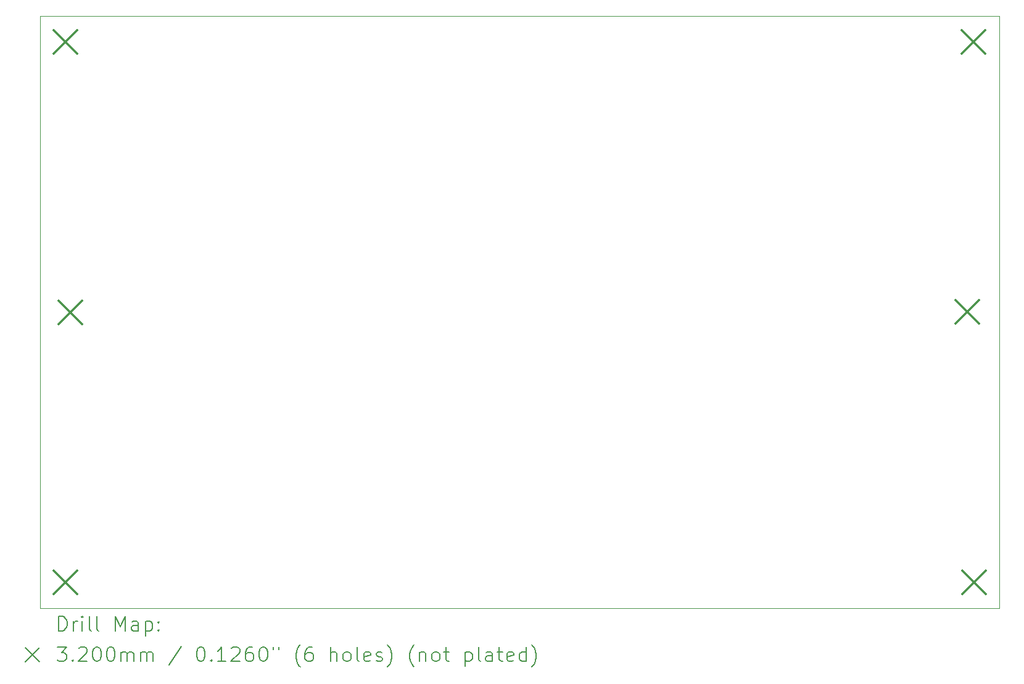
<source format=gbr>
%TF.GenerationSoftware,KiCad,Pcbnew,8.0.8*%
%TF.CreationDate,2025-08-20T08:11:04-04:00*%
%TF.ProjectId,multimeter,6d756c74-696d-4657-9465-722e6b696361,rev?*%
%TF.SameCoordinates,Original*%
%TF.FileFunction,Drillmap*%
%TF.FilePolarity,Positive*%
%FSLAX45Y45*%
G04 Gerber Fmt 4.5, Leading zero omitted, Abs format (unit mm)*
G04 Created by KiCad (PCBNEW 8.0.8) date 2025-08-20 08:11:04*
%MOMM*%
%LPD*%
G01*
G04 APERTURE LIST*
%ADD10C,0.050000*%
%ADD11C,0.200000*%
%ADD12C,0.320000*%
G04 APERTURE END LIST*
D10*
X3824000Y-3107000D02*
X16994000Y-3107000D01*
X16994000Y-11237500D01*
X3824000Y-11237500D01*
X3824000Y-3107000D01*
D11*
D12*
X4013500Y-3301000D02*
X4333500Y-3621000D01*
X4333500Y-3301000D02*
X4013500Y-3621000D01*
X4013500Y-10726000D02*
X4333500Y-11046000D01*
X4333500Y-10726000D02*
X4013500Y-11046000D01*
X4083500Y-7016000D02*
X4403500Y-7336000D01*
X4403500Y-7016000D02*
X4083500Y-7336000D01*
X16391000Y-7011000D02*
X16711000Y-7331000D01*
X16711000Y-7011000D02*
X16391000Y-7331000D01*
X16476000Y-3301000D02*
X16796000Y-3621000D01*
X16796000Y-3301000D02*
X16476000Y-3621000D01*
X16483500Y-10726000D02*
X16803500Y-11046000D01*
X16803500Y-10726000D02*
X16483500Y-11046000D01*
D11*
X4082277Y-11551484D02*
X4082277Y-11351484D01*
X4082277Y-11351484D02*
X4129896Y-11351484D01*
X4129896Y-11351484D02*
X4158467Y-11361008D01*
X4158467Y-11361008D02*
X4177515Y-11380055D01*
X4177515Y-11380055D02*
X4187039Y-11399103D01*
X4187039Y-11399103D02*
X4196563Y-11437198D01*
X4196563Y-11437198D02*
X4196563Y-11465769D01*
X4196563Y-11465769D02*
X4187039Y-11503865D01*
X4187039Y-11503865D02*
X4177515Y-11522912D01*
X4177515Y-11522912D02*
X4158467Y-11541960D01*
X4158467Y-11541960D02*
X4129896Y-11551484D01*
X4129896Y-11551484D02*
X4082277Y-11551484D01*
X4282277Y-11551484D02*
X4282277Y-11418150D01*
X4282277Y-11456246D02*
X4291801Y-11437198D01*
X4291801Y-11437198D02*
X4301324Y-11427674D01*
X4301324Y-11427674D02*
X4320372Y-11418150D01*
X4320372Y-11418150D02*
X4339420Y-11418150D01*
X4406086Y-11551484D02*
X4406086Y-11418150D01*
X4406086Y-11351484D02*
X4396563Y-11361008D01*
X4396563Y-11361008D02*
X4406086Y-11370531D01*
X4406086Y-11370531D02*
X4415610Y-11361008D01*
X4415610Y-11361008D02*
X4406086Y-11351484D01*
X4406086Y-11351484D02*
X4406086Y-11370531D01*
X4529896Y-11551484D02*
X4510848Y-11541960D01*
X4510848Y-11541960D02*
X4501324Y-11522912D01*
X4501324Y-11522912D02*
X4501324Y-11351484D01*
X4634658Y-11551484D02*
X4615610Y-11541960D01*
X4615610Y-11541960D02*
X4606086Y-11522912D01*
X4606086Y-11522912D02*
X4606086Y-11351484D01*
X4863229Y-11551484D02*
X4863229Y-11351484D01*
X4863229Y-11351484D02*
X4929896Y-11494341D01*
X4929896Y-11494341D02*
X4996563Y-11351484D01*
X4996563Y-11351484D02*
X4996563Y-11551484D01*
X5177515Y-11551484D02*
X5177515Y-11446722D01*
X5177515Y-11446722D02*
X5167991Y-11427674D01*
X5167991Y-11427674D02*
X5148944Y-11418150D01*
X5148944Y-11418150D02*
X5110848Y-11418150D01*
X5110848Y-11418150D02*
X5091801Y-11427674D01*
X5177515Y-11541960D02*
X5158467Y-11551484D01*
X5158467Y-11551484D02*
X5110848Y-11551484D01*
X5110848Y-11551484D02*
X5091801Y-11541960D01*
X5091801Y-11541960D02*
X5082277Y-11522912D01*
X5082277Y-11522912D02*
X5082277Y-11503865D01*
X5082277Y-11503865D02*
X5091801Y-11484817D01*
X5091801Y-11484817D02*
X5110848Y-11475293D01*
X5110848Y-11475293D02*
X5158467Y-11475293D01*
X5158467Y-11475293D02*
X5177515Y-11465769D01*
X5272753Y-11418150D02*
X5272753Y-11618150D01*
X5272753Y-11427674D02*
X5291801Y-11418150D01*
X5291801Y-11418150D02*
X5329896Y-11418150D01*
X5329896Y-11418150D02*
X5348944Y-11427674D01*
X5348944Y-11427674D02*
X5358467Y-11437198D01*
X5358467Y-11437198D02*
X5367991Y-11456246D01*
X5367991Y-11456246D02*
X5367991Y-11513388D01*
X5367991Y-11513388D02*
X5358467Y-11532436D01*
X5358467Y-11532436D02*
X5348944Y-11541960D01*
X5348944Y-11541960D02*
X5329896Y-11551484D01*
X5329896Y-11551484D02*
X5291801Y-11551484D01*
X5291801Y-11551484D02*
X5272753Y-11541960D01*
X5453705Y-11532436D02*
X5463229Y-11541960D01*
X5463229Y-11541960D02*
X5453705Y-11551484D01*
X5453705Y-11551484D02*
X5444182Y-11541960D01*
X5444182Y-11541960D02*
X5453705Y-11532436D01*
X5453705Y-11532436D02*
X5453705Y-11551484D01*
X5453705Y-11427674D02*
X5463229Y-11437198D01*
X5463229Y-11437198D02*
X5453705Y-11446722D01*
X5453705Y-11446722D02*
X5444182Y-11437198D01*
X5444182Y-11437198D02*
X5453705Y-11427674D01*
X5453705Y-11427674D02*
X5453705Y-11446722D01*
X3621500Y-11780000D02*
X3821500Y-11980000D01*
X3821500Y-11780000D02*
X3621500Y-11980000D01*
X4063229Y-11771484D02*
X4187039Y-11771484D01*
X4187039Y-11771484D02*
X4120372Y-11847674D01*
X4120372Y-11847674D02*
X4148943Y-11847674D01*
X4148943Y-11847674D02*
X4167991Y-11857198D01*
X4167991Y-11857198D02*
X4177515Y-11866722D01*
X4177515Y-11866722D02*
X4187039Y-11885769D01*
X4187039Y-11885769D02*
X4187039Y-11933388D01*
X4187039Y-11933388D02*
X4177515Y-11952436D01*
X4177515Y-11952436D02*
X4167991Y-11961960D01*
X4167991Y-11961960D02*
X4148943Y-11971484D01*
X4148943Y-11971484D02*
X4091801Y-11971484D01*
X4091801Y-11971484D02*
X4072753Y-11961960D01*
X4072753Y-11961960D02*
X4063229Y-11952436D01*
X4272753Y-11952436D02*
X4282277Y-11961960D01*
X4282277Y-11961960D02*
X4272753Y-11971484D01*
X4272753Y-11971484D02*
X4263229Y-11961960D01*
X4263229Y-11961960D02*
X4272753Y-11952436D01*
X4272753Y-11952436D02*
X4272753Y-11971484D01*
X4358467Y-11790531D02*
X4367991Y-11781008D01*
X4367991Y-11781008D02*
X4387039Y-11771484D01*
X4387039Y-11771484D02*
X4434658Y-11771484D01*
X4434658Y-11771484D02*
X4453705Y-11781008D01*
X4453705Y-11781008D02*
X4463229Y-11790531D01*
X4463229Y-11790531D02*
X4472753Y-11809579D01*
X4472753Y-11809579D02*
X4472753Y-11828627D01*
X4472753Y-11828627D02*
X4463229Y-11857198D01*
X4463229Y-11857198D02*
X4348944Y-11971484D01*
X4348944Y-11971484D02*
X4472753Y-11971484D01*
X4596563Y-11771484D02*
X4615610Y-11771484D01*
X4615610Y-11771484D02*
X4634658Y-11781008D01*
X4634658Y-11781008D02*
X4644182Y-11790531D01*
X4644182Y-11790531D02*
X4653705Y-11809579D01*
X4653705Y-11809579D02*
X4663229Y-11847674D01*
X4663229Y-11847674D02*
X4663229Y-11895293D01*
X4663229Y-11895293D02*
X4653705Y-11933388D01*
X4653705Y-11933388D02*
X4644182Y-11952436D01*
X4644182Y-11952436D02*
X4634658Y-11961960D01*
X4634658Y-11961960D02*
X4615610Y-11971484D01*
X4615610Y-11971484D02*
X4596563Y-11971484D01*
X4596563Y-11971484D02*
X4577515Y-11961960D01*
X4577515Y-11961960D02*
X4567991Y-11952436D01*
X4567991Y-11952436D02*
X4558467Y-11933388D01*
X4558467Y-11933388D02*
X4548944Y-11895293D01*
X4548944Y-11895293D02*
X4548944Y-11847674D01*
X4548944Y-11847674D02*
X4558467Y-11809579D01*
X4558467Y-11809579D02*
X4567991Y-11790531D01*
X4567991Y-11790531D02*
X4577515Y-11781008D01*
X4577515Y-11781008D02*
X4596563Y-11771484D01*
X4787039Y-11771484D02*
X4806086Y-11771484D01*
X4806086Y-11771484D02*
X4825134Y-11781008D01*
X4825134Y-11781008D02*
X4834658Y-11790531D01*
X4834658Y-11790531D02*
X4844182Y-11809579D01*
X4844182Y-11809579D02*
X4853705Y-11847674D01*
X4853705Y-11847674D02*
X4853705Y-11895293D01*
X4853705Y-11895293D02*
X4844182Y-11933388D01*
X4844182Y-11933388D02*
X4834658Y-11952436D01*
X4834658Y-11952436D02*
X4825134Y-11961960D01*
X4825134Y-11961960D02*
X4806086Y-11971484D01*
X4806086Y-11971484D02*
X4787039Y-11971484D01*
X4787039Y-11971484D02*
X4767991Y-11961960D01*
X4767991Y-11961960D02*
X4758467Y-11952436D01*
X4758467Y-11952436D02*
X4748944Y-11933388D01*
X4748944Y-11933388D02*
X4739420Y-11895293D01*
X4739420Y-11895293D02*
X4739420Y-11847674D01*
X4739420Y-11847674D02*
X4748944Y-11809579D01*
X4748944Y-11809579D02*
X4758467Y-11790531D01*
X4758467Y-11790531D02*
X4767991Y-11781008D01*
X4767991Y-11781008D02*
X4787039Y-11771484D01*
X4939420Y-11971484D02*
X4939420Y-11838150D01*
X4939420Y-11857198D02*
X4948944Y-11847674D01*
X4948944Y-11847674D02*
X4967991Y-11838150D01*
X4967991Y-11838150D02*
X4996563Y-11838150D01*
X4996563Y-11838150D02*
X5015610Y-11847674D01*
X5015610Y-11847674D02*
X5025134Y-11866722D01*
X5025134Y-11866722D02*
X5025134Y-11971484D01*
X5025134Y-11866722D02*
X5034658Y-11847674D01*
X5034658Y-11847674D02*
X5053705Y-11838150D01*
X5053705Y-11838150D02*
X5082277Y-11838150D01*
X5082277Y-11838150D02*
X5101325Y-11847674D01*
X5101325Y-11847674D02*
X5110848Y-11866722D01*
X5110848Y-11866722D02*
X5110848Y-11971484D01*
X5206086Y-11971484D02*
X5206086Y-11838150D01*
X5206086Y-11857198D02*
X5215610Y-11847674D01*
X5215610Y-11847674D02*
X5234658Y-11838150D01*
X5234658Y-11838150D02*
X5263229Y-11838150D01*
X5263229Y-11838150D02*
X5282277Y-11847674D01*
X5282277Y-11847674D02*
X5291801Y-11866722D01*
X5291801Y-11866722D02*
X5291801Y-11971484D01*
X5291801Y-11866722D02*
X5301325Y-11847674D01*
X5301325Y-11847674D02*
X5320372Y-11838150D01*
X5320372Y-11838150D02*
X5348944Y-11838150D01*
X5348944Y-11838150D02*
X5367991Y-11847674D01*
X5367991Y-11847674D02*
X5377515Y-11866722D01*
X5377515Y-11866722D02*
X5377515Y-11971484D01*
X5767991Y-11761960D02*
X5596563Y-12019103D01*
X6025134Y-11771484D02*
X6044182Y-11771484D01*
X6044182Y-11771484D02*
X6063229Y-11781008D01*
X6063229Y-11781008D02*
X6072753Y-11790531D01*
X6072753Y-11790531D02*
X6082277Y-11809579D01*
X6082277Y-11809579D02*
X6091801Y-11847674D01*
X6091801Y-11847674D02*
X6091801Y-11895293D01*
X6091801Y-11895293D02*
X6082277Y-11933388D01*
X6082277Y-11933388D02*
X6072753Y-11952436D01*
X6072753Y-11952436D02*
X6063229Y-11961960D01*
X6063229Y-11961960D02*
X6044182Y-11971484D01*
X6044182Y-11971484D02*
X6025134Y-11971484D01*
X6025134Y-11971484D02*
X6006086Y-11961960D01*
X6006086Y-11961960D02*
X5996563Y-11952436D01*
X5996563Y-11952436D02*
X5987039Y-11933388D01*
X5987039Y-11933388D02*
X5977515Y-11895293D01*
X5977515Y-11895293D02*
X5977515Y-11847674D01*
X5977515Y-11847674D02*
X5987039Y-11809579D01*
X5987039Y-11809579D02*
X5996563Y-11790531D01*
X5996563Y-11790531D02*
X6006086Y-11781008D01*
X6006086Y-11781008D02*
X6025134Y-11771484D01*
X6177515Y-11952436D02*
X6187039Y-11961960D01*
X6187039Y-11961960D02*
X6177515Y-11971484D01*
X6177515Y-11971484D02*
X6167991Y-11961960D01*
X6167991Y-11961960D02*
X6177515Y-11952436D01*
X6177515Y-11952436D02*
X6177515Y-11971484D01*
X6377515Y-11971484D02*
X6263229Y-11971484D01*
X6320372Y-11971484D02*
X6320372Y-11771484D01*
X6320372Y-11771484D02*
X6301325Y-11800055D01*
X6301325Y-11800055D02*
X6282277Y-11819103D01*
X6282277Y-11819103D02*
X6263229Y-11828627D01*
X6453706Y-11790531D02*
X6463229Y-11781008D01*
X6463229Y-11781008D02*
X6482277Y-11771484D01*
X6482277Y-11771484D02*
X6529896Y-11771484D01*
X6529896Y-11771484D02*
X6548944Y-11781008D01*
X6548944Y-11781008D02*
X6558467Y-11790531D01*
X6558467Y-11790531D02*
X6567991Y-11809579D01*
X6567991Y-11809579D02*
X6567991Y-11828627D01*
X6567991Y-11828627D02*
X6558467Y-11857198D01*
X6558467Y-11857198D02*
X6444182Y-11971484D01*
X6444182Y-11971484D02*
X6567991Y-11971484D01*
X6739420Y-11771484D02*
X6701325Y-11771484D01*
X6701325Y-11771484D02*
X6682277Y-11781008D01*
X6682277Y-11781008D02*
X6672753Y-11790531D01*
X6672753Y-11790531D02*
X6653706Y-11819103D01*
X6653706Y-11819103D02*
X6644182Y-11857198D01*
X6644182Y-11857198D02*
X6644182Y-11933388D01*
X6644182Y-11933388D02*
X6653706Y-11952436D01*
X6653706Y-11952436D02*
X6663229Y-11961960D01*
X6663229Y-11961960D02*
X6682277Y-11971484D01*
X6682277Y-11971484D02*
X6720372Y-11971484D01*
X6720372Y-11971484D02*
X6739420Y-11961960D01*
X6739420Y-11961960D02*
X6748944Y-11952436D01*
X6748944Y-11952436D02*
X6758467Y-11933388D01*
X6758467Y-11933388D02*
X6758467Y-11885769D01*
X6758467Y-11885769D02*
X6748944Y-11866722D01*
X6748944Y-11866722D02*
X6739420Y-11857198D01*
X6739420Y-11857198D02*
X6720372Y-11847674D01*
X6720372Y-11847674D02*
X6682277Y-11847674D01*
X6682277Y-11847674D02*
X6663229Y-11857198D01*
X6663229Y-11857198D02*
X6653706Y-11866722D01*
X6653706Y-11866722D02*
X6644182Y-11885769D01*
X6882277Y-11771484D02*
X6901325Y-11771484D01*
X6901325Y-11771484D02*
X6920372Y-11781008D01*
X6920372Y-11781008D02*
X6929896Y-11790531D01*
X6929896Y-11790531D02*
X6939420Y-11809579D01*
X6939420Y-11809579D02*
X6948944Y-11847674D01*
X6948944Y-11847674D02*
X6948944Y-11895293D01*
X6948944Y-11895293D02*
X6939420Y-11933388D01*
X6939420Y-11933388D02*
X6929896Y-11952436D01*
X6929896Y-11952436D02*
X6920372Y-11961960D01*
X6920372Y-11961960D02*
X6901325Y-11971484D01*
X6901325Y-11971484D02*
X6882277Y-11971484D01*
X6882277Y-11971484D02*
X6863229Y-11961960D01*
X6863229Y-11961960D02*
X6853706Y-11952436D01*
X6853706Y-11952436D02*
X6844182Y-11933388D01*
X6844182Y-11933388D02*
X6834658Y-11895293D01*
X6834658Y-11895293D02*
X6834658Y-11847674D01*
X6834658Y-11847674D02*
X6844182Y-11809579D01*
X6844182Y-11809579D02*
X6853706Y-11790531D01*
X6853706Y-11790531D02*
X6863229Y-11781008D01*
X6863229Y-11781008D02*
X6882277Y-11771484D01*
X7025134Y-11771484D02*
X7025134Y-11809579D01*
X7101325Y-11771484D02*
X7101325Y-11809579D01*
X7396563Y-12047674D02*
X7387039Y-12038150D01*
X7387039Y-12038150D02*
X7367991Y-12009579D01*
X7367991Y-12009579D02*
X7358468Y-11990531D01*
X7358468Y-11990531D02*
X7348944Y-11961960D01*
X7348944Y-11961960D02*
X7339420Y-11914341D01*
X7339420Y-11914341D02*
X7339420Y-11876246D01*
X7339420Y-11876246D02*
X7348944Y-11828627D01*
X7348944Y-11828627D02*
X7358468Y-11800055D01*
X7358468Y-11800055D02*
X7367991Y-11781008D01*
X7367991Y-11781008D02*
X7387039Y-11752436D01*
X7387039Y-11752436D02*
X7396563Y-11742912D01*
X7558468Y-11771484D02*
X7520372Y-11771484D01*
X7520372Y-11771484D02*
X7501325Y-11781008D01*
X7501325Y-11781008D02*
X7491801Y-11790531D01*
X7491801Y-11790531D02*
X7472753Y-11819103D01*
X7472753Y-11819103D02*
X7463229Y-11857198D01*
X7463229Y-11857198D02*
X7463229Y-11933388D01*
X7463229Y-11933388D02*
X7472753Y-11952436D01*
X7472753Y-11952436D02*
X7482277Y-11961960D01*
X7482277Y-11961960D02*
X7501325Y-11971484D01*
X7501325Y-11971484D02*
X7539420Y-11971484D01*
X7539420Y-11971484D02*
X7558468Y-11961960D01*
X7558468Y-11961960D02*
X7567991Y-11952436D01*
X7567991Y-11952436D02*
X7577515Y-11933388D01*
X7577515Y-11933388D02*
X7577515Y-11885769D01*
X7577515Y-11885769D02*
X7567991Y-11866722D01*
X7567991Y-11866722D02*
X7558468Y-11857198D01*
X7558468Y-11857198D02*
X7539420Y-11847674D01*
X7539420Y-11847674D02*
X7501325Y-11847674D01*
X7501325Y-11847674D02*
X7482277Y-11857198D01*
X7482277Y-11857198D02*
X7472753Y-11866722D01*
X7472753Y-11866722D02*
X7463229Y-11885769D01*
X7815610Y-11971484D02*
X7815610Y-11771484D01*
X7901325Y-11971484D02*
X7901325Y-11866722D01*
X7901325Y-11866722D02*
X7891801Y-11847674D01*
X7891801Y-11847674D02*
X7872753Y-11838150D01*
X7872753Y-11838150D02*
X7844182Y-11838150D01*
X7844182Y-11838150D02*
X7825134Y-11847674D01*
X7825134Y-11847674D02*
X7815610Y-11857198D01*
X8025134Y-11971484D02*
X8006087Y-11961960D01*
X8006087Y-11961960D02*
X7996563Y-11952436D01*
X7996563Y-11952436D02*
X7987039Y-11933388D01*
X7987039Y-11933388D02*
X7987039Y-11876246D01*
X7987039Y-11876246D02*
X7996563Y-11857198D01*
X7996563Y-11857198D02*
X8006087Y-11847674D01*
X8006087Y-11847674D02*
X8025134Y-11838150D01*
X8025134Y-11838150D02*
X8053706Y-11838150D01*
X8053706Y-11838150D02*
X8072753Y-11847674D01*
X8072753Y-11847674D02*
X8082277Y-11857198D01*
X8082277Y-11857198D02*
X8091801Y-11876246D01*
X8091801Y-11876246D02*
X8091801Y-11933388D01*
X8091801Y-11933388D02*
X8082277Y-11952436D01*
X8082277Y-11952436D02*
X8072753Y-11961960D01*
X8072753Y-11961960D02*
X8053706Y-11971484D01*
X8053706Y-11971484D02*
X8025134Y-11971484D01*
X8206087Y-11971484D02*
X8187039Y-11961960D01*
X8187039Y-11961960D02*
X8177515Y-11942912D01*
X8177515Y-11942912D02*
X8177515Y-11771484D01*
X8358468Y-11961960D02*
X8339420Y-11971484D01*
X8339420Y-11971484D02*
X8301325Y-11971484D01*
X8301325Y-11971484D02*
X8282277Y-11961960D01*
X8282277Y-11961960D02*
X8272753Y-11942912D01*
X8272753Y-11942912D02*
X8272753Y-11866722D01*
X8272753Y-11866722D02*
X8282277Y-11847674D01*
X8282277Y-11847674D02*
X8301325Y-11838150D01*
X8301325Y-11838150D02*
X8339420Y-11838150D01*
X8339420Y-11838150D02*
X8358468Y-11847674D01*
X8358468Y-11847674D02*
X8367991Y-11866722D01*
X8367991Y-11866722D02*
X8367991Y-11885769D01*
X8367991Y-11885769D02*
X8272753Y-11904817D01*
X8444182Y-11961960D02*
X8463230Y-11971484D01*
X8463230Y-11971484D02*
X8501325Y-11971484D01*
X8501325Y-11971484D02*
X8520373Y-11961960D01*
X8520373Y-11961960D02*
X8529896Y-11942912D01*
X8529896Y-11942912D02*
X8529896Y-11933388D01*
X8529896Y-11933388D02*
X8520373Y-11914341D01*
X8520373Y-11914341D02*
X8501325Y-11904817D01*
X8501325Y-11904817D02*
X8472753Y-11904817D01*
X8472753Y-11904817D02*
X8453706Y-11895293D01*
X8453706Y-11895293D02*
X8444182Y-11876246D01*
X8444182Y-11876246D02*
X8444182Y-11866722D01*
X8444182Y-11866722D02*
X8453706Y-11847674D01*
X8453706Y-11847674D02*
X8472753Y-11838150D01*
X8472753Y-11838150D02*
X8501325Y-11838150D01*
X8501325Y-11838150D02*
X8520373Y-11847674D01*
X8596563Y-12047674D02*
X8606087Y-12038150D01*
X8606087Y-12038150D02*
X8625134Y-12009579D01*
X8625134Y-12009579D02*
X8634658Y-11990531D01*
X8634658Y-11990531D02*
X8644182Y-11961960D01*
X8644182Y-11961960D02*
X8653706Y-11914341D01*
X8653706Y-11914341D02*
X8653706Y-11876246D01*
X8653706Y-11876246D02*
X8644182Y-11828627D01*
X8644182Y-11828627D02*
X8634658Y-11800055D01*
X8634658Y-11800055D02*
X8625134Y-11781008D01*
X8625134Y-11781008D02*
X8606087Y-11752436D01*
X8606087Y-11752436D02*
X8596563Y-11742912D01*
X8958468Y-12047674D02*
X8948944Y-12038150D01*
X8948944Y-12038150D02*
X8929896Y-12009579D01*
X8929896Y-12009579D02*
X8920373Y-11990531D01*
X8920373Y-11990531D02*
X8910849Y-11961960D01*
X8910849Y-11961960D02*
X8901325Y-11914341D01*
X8901325Y-11914341D02*
X8901325Y-11876246D01*
X8901325Y-11876246D02*
X8910849Y-11828627D01*
X8910849Y-11828627D02*
X8920373Y-11800055D01*
X8920373Y-11800055D02*
X8929896Y-11781008D01*
X8929896Y-11781008D02*
X8948944Y-11752436D01*
X8948944Y-11752436D02*
X8958468Y-11742912D01*
X9034658Y-11838150D02*
X9034658Y-11971484D01*
X9034658Y-11857198D02*
X9044182Y-11847674D01*
X9044182Y-11847674D02*
X9063230Y-11838150D01*
X9063230Y-11838150D02*
X9091801Y-11838150D01*
X9091801Y-11838150D02*
X9110849Y-11847674D01*
X9110849Y-11847674D02*
X9120373Y-11866722D01*
X9120373Y-11866722D02*
X9120373Y-11971484D01*
X9244182Y-11971484D02*
X9225134Y-11961960D01*
X9225134Y-11961960D02*
X9215611Y-11952436D01*
X9215611Y-11952436D02*
X9206087Y-11933388D01*
X9206087Y-11933388D02*
X9206087Y-11876246D01*
X9206087Y-11876246D02*
X9215611Y-11857198D01*
X9215611Y-11857198D02*
X9225134Y-11847674D01*
X9225134Y-11847674D02*
X9244182Y-11838150D01*
X9244182Y-11838150D02*
X9272754Y-11838150D01*
X9272754Y-11838150D02*
X9291801Y-11847674D01*
X9291801Y-11847674D02*
X9301325Y-11857198D01*
X9301325Y-11857198D02*
X9310849Y-11876246D01*
X9310849Y-11876246D02*
X9310849Y-11933388D01*
X9310849Y-11933388D02*
X9301325Y-11952436D01*
X9301325Y-11952436D02*
X9291801Y-11961960D01*
X9291801Y-11961960D02*
X9272754Y-11971484D01*
X9272754Y-11971484D02*
X9244182Y-11971484D01*
X9367992Y-11838150D02*
X9444182Y-11838150D01*
X9396563Y-11771484D02*
X9396563Y-11942912D01*
X9396563Y-11942912D02*
X9406087Y-11961960D01*
X9406087Y-11961960D02*
X9425134Y-11971484D01*
X9425134Y-11971484D02*
X9444182Y-11971484D01*
X9663230Y-11838150D02*
X9663230Y-12038150D01*
X9663230Y-11847674D02*
X9682277Y-11838150D01*
X9682277Y-11838150D02*
X9720373Y-11838150D01*
X9720373Y-11838150D02*
X9739420Y-11847674D01*
X9739420Y-11847674D02*
X9748944Y-11857198D01*
X9748944Y-11857198D02*
X9758468Y-11876246D01*
X9758468Y-11876246D02*
X9758468Y-11933388D01*
X9758468Y-11933388D02*
X9748944Y-11952436D01*
X9748944Y-11952436D02*
X9739420Y-11961960D01*
X9739420Y-11961960D02*
X9720373Y-11971484D01*
X9720373Y-11971484D02*
X9682277Y-11971484D01*
X9682277Y-11971484D02*
X9663230Y-11961960D01*
X9872754Y-11971484D02*
X9853706Y-11961960D01*
X9853706Y-11961960D02*
X9844182Y-11942912D01*
X9844182Y-11942912D02*
X9844182Y-11771484D01*
X10034658Y-11971484D02*
X10034658Y-11866722D01*
X10034658Y-11866722D02*
X10025135Y-11847674D01*
X10025135Y-11847674D02*
X10006087Y-11838150D01*
X10006087Y-11838150D02*
X9967992Y-11838150D01*
X9967992Y-11838150D02*
X9948944Y-11847674D01*
X10034658Y-11961960D02*
X10015611Y-11971484D01*
X10015611Y-11971484D02*
X9967992Y-11971484D01*
X9967992Y-11971484D02*
X9948944Y-11961960D01*
X9948944Y-11961960D02*
X9939420Y-11942912D01*
X9939420Y-11942912D02*
X9939420Y-11923865D01*
X9939420Y-11923865D02*
X9948944Y-11904817D01*
X9948944Y-11904817D02*
X9967992Y-11895293D01*
X9967992Y-11895293D02*
X10015611Y-11895293D01*
X10015611Y-11895293D02*
X10034658Y-11885769D01*
X10101325Y-11838150D02*
X10177515Y-11838150D01*
X10129896Y-11771484D02*
X10129896Y-11942912D01*
X10129896Y-11942912D02*
X10139420Y-11961960D01*
X10139420Y-11961960D02*
X10158468Y-11971484D01*
X10158468Y-11971484D02*
X10177515Y-11971484D01*
X10320373Y-11961960D02*
X10301325Y-11971484D01*
X10301325Y-11971484D02*
X10263230Y-11971484D01*
X10263230Y-11971484D02*
X10244182Y-11961960D01*
X10244182Y-11961960D02*
X10234658Y-11942912D01*
X10234658Y-11942912D02*
X10234658Y-11866722D01*
X10234658Y-11866722D02*
X10244182Y-11847674D01*
X10244182Y-11847674D02*
X10263230Y-11838150D01*
X10263230Y-11838150D02*
X10301325Y-11838150D01*
X10301325Y-11838150D02*
X10320373Y-11847674D01*
X10320373Y-11847674D02*
X10329896Y-11866722D01*
X10329896Y-11866722D02*
X10329896Y-11885769D01*
X10329896Y-11885769D02*
X10234658Y-11904817D01*
X10501325Y-11971484D02*
X10501325Y-11771484D01*
X10501325Y-11961960D02*
X10482277Y-11971484D01*
X10482277Y-11971484D02*
X10444182Y-11971484D01*
X10444182Y-11971484D02*
X10425135Y-11961960D01*
X10425135Y-11961960D02*
X10415611Y-11952436D01*
X10415611Y-11952436D02*
X10406087Y-11933388D01*
X10406087Y-11933388D02*
X10406087Y-11876246D01*
X10406087Y-11876246D02*
X10415611Y-11857198D01*
X10415611Y-11857198D02*
X10425135Y-11847674D01*
X10425135Y-11847674D02*
X10444182Y-11838150D01*
X10444182Y-11838150D02*
X10482277Y-11838150D01*
X10482277Y-11838150D02*
X10501325Y-11847674D01*
X10577516Y-12047674D02*
X10587039Y-12038150D01*
X10587039Y-12038150D02*
X10606087Y-12009579D01*
X10606087Y-12009579D02*
X10615611Y-11990531D01*
X10615611Y-11990531D02*
X10625135Y-11961960D01*
X10625135Y-11961960D02*
X10634658Y-11914341D01*
X10634658Y-11914341D02*
X10634658Y-11876246D01*
X10634658Y-11876246D02*
X10625135Y-11828627D01*
X10625135Y-11828627D02*
X10615611Y-11800055D01*
X10615611Y-11800055D02*
X10606087Y-11781008D01*
X10606087Y-11781008D02*
X10587039Y-11752436D01*
X10587039Y-11752436D02*
X10577516Y-11742912D01*
M02*

</source>
